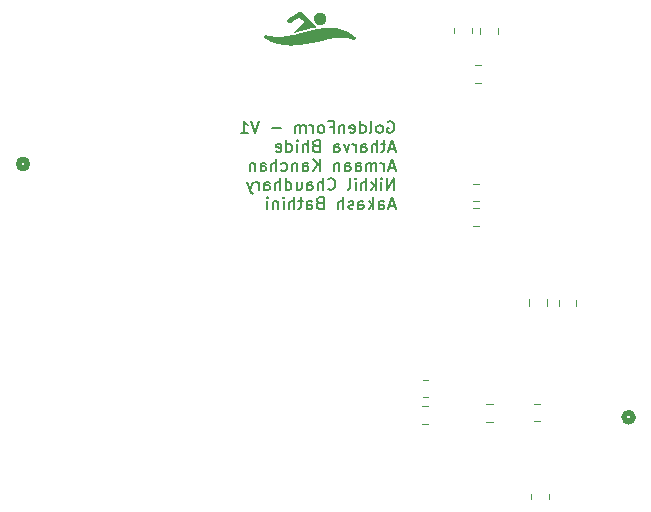
<source format=gbo>
G04 #@! TF.GenerationSoftware,KiCad,Pcbnew,9.0.6*
G04 #@! TF.CreationDate,2026-02-28T15:55:13-05:00*
G04 #@! TF.ProjectId,GoldenForm_1,476f6c64-656e-4466-9f72-6d5f312e6b69,rev?*
G04 #@! TF.SameCoordinates,Original*
G04 #@! TF.FileFunction,Legend,Bot*
G04 #@! TF.FilePolarity,Positive*
%FSLAX46Y46*%
G04 Gerber Fmt 4.6, Leading zero omitted, Abs format (unit mm)*
G04 Created by KiCad (PCBNEW 9.0.6) date 2026-02-28 15:55:13*
%MOMM*%
%LPD*%
G01*
G04 APERTURE LIST*
%ADD10C,0.000000*%
%ADD11C,0.200000*%
%ADD12C,0.508000*%
%ADD13C,0.120000*%
G04 APERTURE END LIST*
D10*
G36*
X98915579Y-52245428D02*
G01*
X98944108Y-52247056D01*
X98972194Y-52250096D01*
X98999799Y-52254519D01*
X99026885Y-52260292D01*
X99053415Y-52267387D01*
X99079352Y-52275771D01*
X99104659Y-52285415D01*
X99129299Y-52296287D01*
X99153235Y-52308357D01*
X99176428Y-52321593D01*
X99198843Y-52335966D01*
X99220441Y-52351445D01*
X99241186Y-52367998D01*
X99261040Y-52385595D01*
X99279967Y-52404205D01*
X99297928Y-52423798D01*
X99314887Y-52444343D01*
X99330806Y-52465809D01*
X99345649Y-52488165D01*
X99359378Y-52511381D01*
X99371955Y-52535425D01*
X99383345Y-52560268D01*
X99393508Y-52585878D01*
X99402409Y-52612225D01*
X99410009Y-52639277D01*
X99416273Y-52667005D01*
X99421162Y-52695377D01*
X99424639Y-52724363D01*
X99426667Y-52753932D01*
X99427165Y-52777715D01*
X99426603Y-52801327D01*
X99424999Y-52824738D01*
X99422367Y-52847922D01*
X99418724Y-52870850D01*
X99414084Y-52893494D01*
X99408465Y-52915827D01*
X99401882Y-52937820D01*
X99394350Y-52959445D01*
X99385885Y-52980675D01*
X99376503Y-53001482D01*
X99366220Y-53021837D01*
X99355052Y-53041713D01*
X99343014Y-53061082D01*
X99330122Y-53079915D01*
X99316393Y-53098185D01*
X99301841Y-53115865D01*
X99286482Y-53132925D01*
X99270333Y-53149338D01*
X99253408Y-53165076D01*
X99235725Y-53180112D01*
X99217298Y-53194416D01*
X99198143Y-53207962D01*
X99178276Y-53220721D01*
X99157714Y-53232665D01*
X99136471Y-53243767D01*
X99114563Y-53253998D01*
X99092007Y-53263331D01*
X99068817Y-53271738D01*
X99045011Y-53279190D01*
X99020603Y-53285659D01*
X98995609Y-53291119D01*
X98973374Y-53295129D01*
X98951071Y-53298360D01*
X98939878Y-53299631D01*
X98928648Y-53300646D01*
X98917375Y-53301383D01*
X98906051Y-53301823D01*
X98894671Y-53301945D01*
X98883228Y-53301727D01*
X98871715Y-53301150D01*
X98860125Y-53300193D01*
X98848452Y-53298836D01*
X98836690Y-53297057D01*
X98824830Y-53294837D01*
X98812868Y-53292154D01*
X98789060Y-53286703D01*
X98765733Y-53280453D01*
X98742904Y-53273419D01*
X98720589Y-53265616D01*
X98698803Y-53257056D01*
X98677563Y-53247755D01*
X98656884Y-53237726D01*
X98636783Y-53226984D01*
X98617276Y-53215542D01*
X98598378Y-53203415D01*
X98580105Y-53190617D01*
X98562473Y-53177161D01*
X98545500Y-53163063D01*
X98529199Y-53148335D01*
X98513588Y-53132993D01*
X98498681Y-53117050D01*
X98484497Y-53100520D01*
X98471049Y-53083417D01*
X98458354Y-53065757D01*
X98446429Y-53047551D01*
X98435289Y-53028816D01*
X98424950Y-53009564D01*
X98415427Y-52989810D01*
X98406738Y-52969569D01*
X98398898Y-52948853D01*
X98391923Y-52927678D01*
X98385828Y-52906057D01*
X98380631Y-52884004D01*
X98376346Y-52861534D01*
X98372990Y-52838660D01*
X98370579Y-52815397D01*
X98369129Y-52791759D01*
X98368720Y-52764923D01*
X98369656Y-52738483D01*
X98371896Y-52712464D01*
X98375403Y-52686889D01*
X98380137Y-52661782D01*
X98386057Y-52637168D01*
X98393126Y-52613071D01*
X98401302Y-52589515D01*
X98410548Y-52566524D01*
X98420824Y-52544123D01*
X98432090Y-52522335D01*
X98444306Y-52501185D01*
X98457435Y-52480697D01*
X98471435Y-52460895D01*
X98486268Y-52441803D01*
X98501895Y-52423446D01*
X98518276Y-52405847D01*
X98535371Y-52389031D01*
X98553142Y-52373022D01*
X98571548Y-52357844D01*
X98590551Y-52343521D01*
X98610112Y-52330078D01*
X98630190Y-52317538D01*
X98650746Y-52305926D01*
X98671742Y-52295266D01*
X98693137Y-52285582D01*
X98714893Y-52276899D01*
X98736970Y-52269240D01*
X98759328Y-52262629D01*
X98781928Y-52257091D01*
X98804731Y-52252650D01*
X98827698Y-52249330D01*
X98857336Y-52246535D01*
X98886642Y-52245244D01*
X98915579Y-52245428D01*
G37*
G36*
X97247254Y-52165088D02*
G01*
X97255294Y-52165748D01*
X97263292Y-52166817D01*
X97271249Y-52168296D01*
X97279166Y-52170186D01*
X97287046Y-52172486D01*
X97294889Y-52175196D01*
X97302697Y-52178318D01*
X97310471Y-52181851D01*
X97318213Y-52185795D01*
X97325924Y-52190150D01*
X97333606Y-52194918D01*
X97348887Y-52205689D01*
X97364068Y-52218110D01*
X97379160Y-52232183D01*
X97572425Y-52424740D01*
X97767203Y-52619764D01*
X98622666Y-53476172D01*
X98372778Y-53527708D01*
X98125275Y-53583604D01*
X97635325Y-53703562D01*
X97148617Y-53826210D01*
X96905167Y-53885469D01*
X96660954Y-53941714D01*
X96660980Y-53938771D01*
X96661120Y-53935959D01*
X96661369Y-53933274D01*
X96661723Y-53930711D01*
X96662175Y-53928265D01*
X96662722Y-53925931D01*
X96663357Y-53923703D01*
X96664076Y-53921577D01*
X96664874Y-53919547D01*
X96665746Y-53917609D01*
X96666687Y-53915758D01*
X96667692Y-53913988D01*
X96668755Y-53912295D01*
X96669872Y-53910673D01*
X96672246Y-53907624D01*
X96674775Y-53904801D01*
X96677418Y-53902164D01*
X96680134Y-53899672D01*
X96682884Y-53897286D01*
X96688321Y-53892669D01*
X96690929Y-53890358D01*
X96693408Y-53887992D01*
X97489769Y-53091071D01*
X97498625Y-53082177D01*
X97506302Y-53074309D01*
X97512802Y-53067324D01*
X97515612Y-53064117D01*
X97518128Y-53061076D01*
X97520352Y-53058184D01*
X97522283Y-53055423D01*
X97523922Y-53052775D01*
X97525269Y-53050222D01*
X97526325Y-53047745D01*
X97527090Y-53045328D01*
X97527564Y-53042951D01*
X97527747Y-53040597D01*
X97527640Y-53038248D01*
X97527243Y-53035887D01*
X97526557Y-53033494D01*
X97525582Y-53031052D01*
X97524318Y-53028544D01*
X97522765Y-53025951D01*
X97520925Y-53023255D01*
X97518796Y-53020439D01*
X97516380Y-53017484D01*
X97513677Y-53014372D01*
X97507411Y-53007607D01*
X97500000Y-53000000D01*
X97491448Y-52991408D01*
X97346999Y-52847851D01*
X97275057Y-52775803D01*
X97203910Y-52702990D01*
X97198770Y-52697900D01*
X97196259Y-52695606D01*
X97193781Y-52693477D01*
X97191334Y-52691511D01*
X97188913Y-52689707D01*
X97186515Y-52688062D01*
X97184136Y-52686575D01*
X97181772Y-52685244D01*
X97179420Y-52684067D01*
X97177075Y-52683042D01*
X97174734Y-52682168D01*
X97172394Y-52681443D01*
X97170050Y-52680864D01*
X97167699Y-52680431D01*
X97165337Y-52680142D01*
X97162960Y-52679994D01*
X97160564Y-52679986D01*
X97158147Y-52680116D01*
X97155703Y-52680382D01*
X97153230Y-52680782D01*
X97150723Y-52681316D01*
X97148179Y-52681980D01*
X97145594Y-52682773D01*
X97142964Y-52683693D01*
X97140286Y-52684739D01*
X97134770Y-52687200D01*
X97129015Y-52690141D01*
X97122991Y-52693549D01*
X96760334Y-52906155D01*
X96396539Y-53116806D01*
X96386836Y-53122131D01*
X96377117Y-53126966D01*
X96367393Y-53131312D01*
X96357674Y-53135173D01*
X96347970Y-53138552D01*
X96338290Y-53141453D01*
X96328647Y-53143879D01*
X96319048Y-53145833D01*
X96309506Y-53147318D01*
X96300029Y-53148338D01*
X96290629Y-53148895D01*
X96281315Y-53148994D01*
X96272097Y-53148637D01*
X96262986Y-53147827D01*
X96253992Y-53146569D01*
X96245125Y-53144864D01*
X96236395Y-53142717D01*
X96227813Y-53140130D01*
X96219388Y-53137107D01*
X96211131Y-53133651D01*
X96203052Y-53129766D01*
X96195161Y-53125454D01*
X96187469Y-53120719D01*
X96179985Y-53115564D01*
X96172720Y-53109992D01*
X96165684Y-53104007D01*
X96158887Y-53097612D01*
X96152340Y-53090810D01*
X96146051Y-53083605D01*
X96140033Y-53075999D01*
X96134295Y-53067996D01*
X96128846Y-53059599D01*
X96123700Y-53050799D01*
X96119060Y-53041918D01*
X96114923Y-53032964D01*
X96111287Y-53023950D01*
X96108149Y-53014886D01*
X96105507Y-53005784D01*
X96103358Y-52996653D01*
X96101701Y-52987505D01*
X96100531Y-52978351D01*
X96099848Y-52969202D01*
X96099649Y-52960068D01*
X96099930Y-52950961D01*
X96100690Y-52941891D01*
X96101927Y-52932870D01*
X96103637Y-52923908D01*
X96105818Y-52915016D01*
X96108469Y-52906204D01*
X96111585Y-52897485D01*
X96115166Y-52888868D01*
X96119208Y-52880365D01*
X96123709Y-52871987D01*
X96128666Y-52863744D01*
X96134077Y-52855648D01*
X96139940Y-52847708D01*
X96146253Y-52839937D01*
X96153012Y-52832345D01*
X96160215Y-52824943D01*
X96167859Y-52817741D01*
X96175944Y-52810752D01*
X96184465Y-52803984D01*
X96193420Y-52797451D01*
X96202807Y-52791162D01*
X97120603Y-52204209D01*
X97138232Y-52193697D01*
X97155612Y-52184811D01*
X97172754Y-52177553D01*
X97181239Y-52174535D01*
X97189669Y-52171925D01*
X97198045Y-52169723D01*
X97206369Y-52167929D01*
X97214642Y-52166543D01*
X97222866Y-52165566D01*
X97231041Y-52164997D01*
X97239170Y-52164838D01*
X97247254Y-52165088D01*
G37*
G36*
X99809942Y-53524553D02*
G01*
X99907505Y-53527473D01*
X100004815Y-53532842D01*
X100101859Y-53540767D01*
X100198622Y-53551357D01*
X100295089Y-53564720D01*
X100391246Y-53580966D01*
X100487078Y-53600203D01*
X100582572Y-53622539D01*
X100677712Y-53648082D01*
X100772484Y-53676943D01*
X100866874Y-53709228D01*
X100934057Y-53734429D01*
X101000348Y-53761146D01*
X101065756Y-53789363D01*
X101130288Y-53819063D01*
X101193955Y-53850231D01*
X101256766Y-53882849D01*
X101318729Y-53916902D01*
X101379854Y-53952373D01*
X101440150Y-53989246D01*
X101499626Y-54027505D01*
X101558290Y-54067132D01*
X101616153Y-54108113D01*
X101673223Y-54150430D01*
X101729509Y-54194067D01*
X101785021Y-54239008D01*
X101839767Y-54285237D01*
X101848334Y-54292888D01*
X101856455Y-54300723D01*
X101864084Y-54308760D01*
X101871173Y-54317011D01*
X101877674Y-54325495D01*
X101883541Y-54334225D01*
X101886222Y-54338687D01*
X101888726Y-54343217D01*
X101891048Y-54347816D01*
X101893182Y-54352487D01*
X101895122Y-54357231D01*
X101896862Y-54362050D01*
X101898396Y-54366946D01*
X101899718Y-54371922D01*
X101900822Y-54376978D01*
X101901703Y-54382118D01*
X101902355Y-54387343D01*
X101902770Y-54392654D01*
X101902945Y-54398054D01*
X101902873Y-54403545D01*
X101902547Y-54409128D01*
X101901962Y-54414807D01*
X101901112Y-54420581D01*
X101899992Y-54426454D01*
X101898594Y-54432428D01*
X101896914Y-54438504D01*
X101893334Y-54449400D01*
X101889244Y-54459736D01*
X101884644Y-54469513D01*
X101879536Y-54478733D01*
X101873920Y-54487397D01*
X101867795Y-54495507D01*
X101861163Y-54503063D01*
X101854025Y-54510068D01*
X101846379Y-54516523D01*
X101838227Y-54522428D01*
X101829570Y-54527787D01*
X101820407Y-54532598D01*
X101810740Y-54536865D01*
X101800568Y-54540589D01*
X101789892Y-54543771D01*
X101778713Y-54546412D01*
X101773265Y-54547391D01*
X101767871Y-54548068D01*
X101762527Y-54548458D01*
X101757230Y-54548576D01*
X101751978Y-54548437D01*
X101746768Y-54548057D01*
X101741596Y-54547451D01*
X101736461Y-54546634D01*
X101731359Y-54545621D01*
X101726288Y-54544427D01*
X101721244Y-54543069D01*
X101716225Y-54541560D01*
X101711228Y-54539916D01*
X101706250Y-54538153D01*
X101696341Y-54534328D01*
X101630048Y-54508774D01*
X101563399Y-54485475D01*
X101496404Y-54464360D01*
X101429072Y-54445361D01*
X101361413Y-54428407D01*
X101293436Y-54413428D01*
X101225150Y-54400357D01*
X101156566Y-54389121D01*
X101087691Y-54379652D01*
X101018536Y-54371881D01*
X100949110Y-54365737D01*
X100879422Y-54361151D01*
X100739299Y-54356373D01*
X100598241Y-54356991D01*
X100443997Y-54363278D01*
X100290516Y-54374911D01*
X100137716Y-54391309D01*
X99985511Y-54411889D01*
X99833818Y-54436072D01*
X99682551Y-54463274D01*
X99531627Y-54492916D01*
X99380962Y-54524416D01*
X99007367Y-54608267D01*
X98634642Y-54695990D01*
X98261602Y-54782324D01*
X98074593Y-54823324D01*
X97887061Y-54862003D01*
X97762610Y-54886054D01*
X97637974Y-54908729D01*
X97513121Y-54929895D01*
X97388022Y-54949421D01*
X97262647Y-54967173D01*
X97136967Y-54983020D01*
X97010950Y-54996829D01*
X96884568Y-55008468D01*
X96673532Y-55021956D01*
X96463343Y-55027034D01*
X96358571Y-55026294D01*
X96254017Y-55023299D01*
X96149683Y-55017999D01*
X96045572Y-55010343D01*
X95941685Y-55000281D01*
X95838024Y-54987761D01*
X95734592Y-54972733D01*
X95631391Y-54955147D01*
X95528422Y-54934952D01*
X95425689Y-54912096D01*
X95323192Y-54886529D01*
X95220935Y-54858201D01*
X95188006Y-54848239D01*
X95154848Y-54837666D01*
X95085995Y-54815435D01*
X94974752Y-54775945D01*
X94865278Y-54733502D01*
X94757528Y-54688099D01*
X94651454Y-54639724D01*
X94547010Y-54588370D01*
X94444149Y-54534027D01*
X94342825Y-54476687D01*
X94242989Y-54416339D01*
X94235716Y-54411638D01*
X94228769Y-54406819D01*
X94222149Y-54401887D01*
X94215856Y-54396843D01*
X94209891Y-54391691D01*
X94204253Y-54386434D01*
X94198945Y-54381076D01*
X94193965Y-54375619D01*
X94189315Y-54370067D01*
X94184995Y-54364424D01*
X94181006Y-54358691D01*
X94177347Y-54352873D01*
X94174019Y-54346972D01*
X94171024Y-54340993D01*
X94168360Y-54334937D01*
X94166029Y-54328808D01*
X94164032Y-54322610D01*
X94162368Y-54316346D01*
X94161038Y-54310018D01*
X94160042Y-54303630D01*
X94159382Y-54297185D01*
X94159057Y-54290687D01*
X94159067Y-54284138D01*
X94159414Y-54277542D01*
X94160098Y-54270902D01*
X94161119Y-54264221D01*
X94162478Y-54257502D01*
X94164175Y-54250749D01*
X94166210Y-54243964D01*
X94168585Y-54237151D01*
X94171299Y-54230314D01*
X94174353Y-54223454D01*
X94177594Y-54216882D01*
X94181018Y-54210583D01*
X94184624Y-54204557D01*
X94188411Y-54198806D01*
X94192377Y-54193331D01*
X94196521Y-54188133D01*
X94200842Y-54183213D01*
X94205337Y-54178571D01*
X94210006Y-54174209D01*
X94214847Y-54170129D01*
X94219859Y-54166330D01*
X94225040Y-54162813D01*
X94230388Y-54159581D01*
X94235903Y-54156634D01*
X94241583Y-54153973D01*
X94247427Y-54151598D01*
X94253433Y-54149511D01*
X94259599Y-54147714D01*
X94265925Y-54146206D01*
X94272409Y-54144989D01*
X94279049Y-54144064D01*
X94285844Y-54143432D01*
X94292793Y-54143095D01*
X94299894Y-54143052D01*
X94307146Y-54143305D01*
X94314547Y-54143855D01*
X94322096Y-54144703D01*
X94329791Y-54145850D01*
X94337632Y-54147297D01*
X94345616Y-54149045D01*
X94353743Y-54151095D01*
X94362010Y-54153448D01*
X94433568Y-54173931D01*
X94505348Y-54192477D01*
X94577339Y-54209139D01*
X94649534Y-54223969D01*
X94721923Y-54237016D01*
X94794496Y-54248334D01*
X94867245Y-54257972D01*
X94940160Y-54265982D01*
X95086450Y-54277325D01*
X95233295Y-54282771D01*
X95380618Y-54282733D01*
X95528348Y-54277620D01*
X95703212Y-54265752D01*
X95877262Y-54248297D01*
X96050559Y-54225768D01*
X96223162Y-54198675D01*
X96395132Y-54167530D01*
X96566529Y-54132843D01*
X96737412Y-54095126D01*
X96907843Y-54054891D01*
X98247224Y-53725539D01*
X98379758Y-53694612D01*
X98512671Y-53665622D01*
X98645975Y-53638757D01*
X98779684Y-53614204D01*
X98913812Y-53592152D01*
X99048374Y-53572787D01*
X99183383Y-53556296D01*
X99318852Y-53542869D01*
X99515886Y-53529393D01*
X99614118Y-53525621D01*
X99712142Y-53523972D01*
X99809942Y-53524553D01*
G37*
D11*
X104606517Y-61475062D02*
X104701755Y-61427443D01*
X104701755Y-61427443D02*
X104844612Y-61427443D01*
X104844612Y-61427443D02*
X104987469Y-61475062D01*
X104987469Y-61475062D02*
X105082707Y-61570300D01*
X105082707Y-61570300D02*
X105130326Y-61665538D01*
X105130326Y-61665538D02*
X105177945Y-61856014D01*
X105177945Y-61856014D02*
X105177945Y-61998871D01*
X105177945Y-61998871D02*
X105130326Y-62189347D01*
X105130326Y-62189347D02*
X105082707Y-62284585D01*
X105082707Y-62284585D02*
X104987469Y-62379824D01*
X104987469Y-62379824D02*
X104844612Y-62427443D01*
X104844612Y-62427443D02*
X104749374Y-62427443D01*
X104749374Y-62427443D02*
X104606517Y-62379824D01*
X104606517Y-62379824D02*
X104558898Y-62332204D01*
X104558898Y-62332204D02*
X104558898Y-61998871D01*
X104558898Y-61998871D02*
X104749374Y-61998871D01*
X103987469Y-62427443D02*
X104082707Y-62379824D01*
X104082707Y-62379824D02*
X104130326Y-62332204D01*
X104130326Y-62332204D02*
X104177945Y-62236966D01*
X104177945Y-62236966D02*
X104177945Y-61951252D01*
X104177945Y-61951252D02*
X104130326Y-61856014D01*
X104130326Y-61856014D02*
X104082707Y-61808395D01*
X104082707Y-61808395D02*
X103987469Y-61760776D01*
X103987469Y-61760776D02*
X103844612Y-61760776D01*
X103844612Y-61760776D02*
X103749374Y-61808395D01*
X103749374Y-61808395D02*
X103701755Y-61856014D01*
X103701755Y-61856014D02*
X103654136Y-61951252D01*
X103654136Y-61951252D02*
X103654136Y-62236966D01*
X103654136Y-62236966D02*
X103701755Y-62332204D01*
X103701755Y-62332204D02*
X103749374Y-62379824D01*
X103749374Y-62379824D02*
X103844612Y-62427443D01*
X103844612Y-62427443D02*
X103987469Y-62427443D01*
X103082707Y-62427443D02*
X103177945Y-62379824D01*
X103177945Y-62379824D02*
X103225564Y-62284585D01*
X103225564Y-62284585D02*
X103225564Y-61427443D01*
X102273183Y-62427443D02*
X102273183Y-61427443D01*
X102273183Y-62379824D02*
X102368421Y-62427443D01*
X102368421Y-62427443D02*
X102558897Y-62427443D01*
X102558897Y-62427443D02*
X102654135Y-62379824D01*
X102654135Y-62379824D02*
X102701754Y-62332204D01*
X102701754Y-62332204D02*
X102749373Y-62236966D01*
X102749373Y-62236966D02*
X102749373Y-61951252D01*
X102749373Y-61951252D02*
X102701754Y-61856014D01*
X102701754Y-61856014D02*
X102654135Y-61808395D01*
X102654135Y-61808395D02*
X102558897Y-61760776D01*
X102558897Y-61760776D02*
X102368421Y-61760776D01*
X102368421Y-61760776D02*
X102273183Y-61808395D01*
X101416040Y-62379824D02*
X101511278Y-62427443D01*
X101511278Y-62427443D02*
X101701754Y-62427443D01*
X101701754Y-62427443D02*
X101796992Y-62379824D01*
X101796992Y-62379824D02*
X101844611Y-62284585D01*
X101844611Y-62284585D02*
X101844611Y-61903633D01*
X101844611Y-61903633D02*
X101796992Y-61808395D01*
X101796992Y-61808395D02*
X101701754Y-61760776D01*
X101701754Y-61760776D02*
X101511278Y-61760776D01*
X101511278Y-61760776D02*
X101416040Y-61808395D01*
X101416040Y-61808395D02*
X101368421Y-61903633D01*
X101368421Y-61903633D02*
X101368421Y-61998871D01*
X101368421Y-61998871D02*
X101844611Y-62094109D01*
X100939849Y-61760776D02*
X100939849Y-62427443D01*
X100939849Y-61856014D02*
X100892230Y-61808395D01*
X100892230Y-61808395D02*
X100796992Y-61760776D01*
X100796992Y-61760776D02*
X100654135Y-61760776D01*
X100654135Y-61760776D02*
X100558897Y-61808395D01*
X100558897Y-61808395D02*
X100511278Y-61903633D01*
X100511278Y-61903633D02*
X100511278Y-62427443D01*
X99701754Y-61903633D02*
X100035087Y-61903633D01*
X100035087Y-62427443D02*
X100035087Y-61427443D01*
X100035087Y-61427443D02*
X99558897Y-61427443D01*
X99035087Y-62427443D02*
X99130325Y-62379824D01*
X99130325Y-62379824D02*
X99177944Y-62332204D01*
X99177944Y-62332204D02*
X99225563Y-62236966D01*
X99225563Y-62236966D02*
X99225563Y-61951252D01*
X99225563Y-61951252D02*
X99177944Y-61856014D01*
X99177944Y-61856014D02*
X99130325Y-61808395D01*
X99130325Y-61808395D02*
X99035087Y-61760776D01*
X99035087Y-61760776D02*
X98892230Y-61760776D01*
X98892230Y-61760776D02*
X98796992Y-61808395D01*
X98796992Y-61808395D02*
X98749373Y-61856014D01*
X98749373Y-61856014D02*
X98701754Y-61951252D01*
X98701754Y-61951252D02*
X98701754Y-62236966D01*
X98701754Y-62236966D02*
X98749373Y-62332204D01*
X98749373Y-62332204D02*
X98796992Y-62379824D01*
X98796992Y-62379824D02*
X98892230Y-62427443D01*
X98892230Y-62427443D02*
X99035087Y-62427443D01*
X98273182Y-62427443D02*
X98273182Y-61760776D01*
X98273182Y-61951252D02*
X98225563Y-61856014D01*
X98225563Y-61856014D02*
X98177944Y-61808395D01*
X98177944Y-61808395D02*
X98082706Y-61760776D01*
X98082706Y-61760776D02*
X97987468Y-61760776D01*
X97654134Y-62427443D02*
X97654134Y-61760776D01*
X97654134Y-61856014D02*
X97606515Y-61808395D01*
X97606515Y-61808395D02*
X97511277Y-61760776D01*
X97511277Y-61760776D02*
X97368420Y-61760776D01*
X97368420Y-61760776D02*
X97273182Y-61808395D01*
X97273182Y-61808395D02*
X97225563Y-61903633D01*
X97225563Y-61903633D02*
X97225563Y-62427443D01*
X97225563Y-61903633D02*
X97177944Y-61808395D01*
X97177944Y-61808395D02*
X97082706Y-61760776D01*
X97082706Y-61760776D02*
X96939849Y-61760776D01*
X96939849Y-61760776D02*
X96844610Y-61808395D01*
X96844610Y-61808395D02*
X96796991Y-61903633D01*
X96796991Y-61903633D02*
X96796991Y-62427443D01*
X95558896Y-62046490D02*
X94796992Y-62046490D01*
X93701753Y-61427443D02*
X93368420Y-62427443D01*
X93368420Y-62427443D02*
X93035087Y-61427443D01*
X92177944Y-62427443D02*
X92749372Y-62427443D01*
X92463658Y-62427443D02*
X92463658Y-61427443D01*
X92463658Y-61427443D02*
X92558896Y-61570300D01*
X92558896Y-61570300D02*
X92654134Y-61665538D01*
X92654134Y-61665538D02*
X92749372Y-61713157D01*
X105177945Y-63751672D02*
X104701755Y-63751672D01*
X105273183Y-64037387D02*
X104939850Y-63037387D01*
X104939850Y-63037387D02*
X104606517Y-64037387D01*
X104416040Y-63370720D02*
X104035088Y-63370720D01*
X104273183Y-63037387D02*
X104273183Y-63894529D01*
X104273183Y-63894529D02*
X104225564Y-63989768D01*
X104225564Y-63989768D02*
X104130326Y-64037387D01*
X104130326Y-64037387D02*
X104035088Y-64037387D01*
X103701754Y-64037387D02*
X103701754Y-63037387D01*
X103273183Y-64037387D02*
X103273183Y-63513577D01*
X103273183Y-63513577D02*
X103320802Y-63418339D01*
X103320802Y-63418339D02*
X103416040Y-63370720D01*
X103416040Y-63370720D02*
X103558897Y-63370720D01*
X103558897Y-63370720D02*
X103654135Y-63418339D01*
X103654135Y-63418339D02*
X103701754Y-63465958D01*
X102368421Y-64037387D02*
X102368421Y-63513577D01*
X102368421Y-63513577D02*
X102416040Y-63418339D01*
X102416040Y-63418339D02*
X102511278Y-63370720D01*
X102511278Y-63370720D02*
X102701754Y-63370720D01*
X102701754Y-63370720D02*
X102796992Y-63418339D01*
X102368421Y-63989768D02*
X102463659Y-64037387D01*
X102463659Y-64037387D02*
X102701754Y-64037387D01*
X102701754Y-64037387D02*
X102796992Y-63989768D01*
X102796992Y-63989768D02*
X102844611Y-63894529D01*
X102844611Y-63894529D02*
X102844611Y-63799291D01*
X102844611Y-63799291D02*
X102796992Y-63704053D01*
X102796992Y-63704053D02*
X102701754Y-63656434D01*
X102701754Y-63656434D02*
X102463659Y-63656434D01*
X102463659Y-63656434D02*
X102368421Y-63608815D01*
X101892230Y-64037387D02*
X101892230Y-63370720D01*
X101892230Y-63561196D02*
X101844611Y-63465958D01*
X101844611Y-63465958D02*
X101796992Y-63418339D01*
X101796992Y-63418339D02*
X101701754Y-63370720D01*
X101701754Y-63370720D02*
X101606516Y-63370720D01*
X101368420Y-63370720D02*
X101130325Y-64037387D01*
X101130325Y-64037387D02*
X100892230Y-63370720D01*
X100082706Y-64037387D02*
X100082706Y-63513577D01*
X100082706Y-63513577D02*
X100130325Y-63418339D01*
X100130325Y-63418339D02*
X100225563Y-63370720D01*
X100225563Y-63370720D02*
X100416039Y-63370720D01*
X100416039Y-63370720D02*
X100511277Y-63418339D01*
X100082706Y-63989768D02*
X100177944Y-64037387D01*
X100177944Y-64037387D02*
X100416039Y-64037387D01*
X100416039Y-64037387D02*
X100511277Y-63989768D01*
X100511277Y-63989768D02*
X100558896Y-63894529D01*
X100558896Y-63894529D02*
X100558896Y-63799291D01*
X100558896Y-63799291D02*
X100511277Y-63704053D01*
X100511277Y-63704053D02*
X100416039Y-63656434D01*
X100416039Y-63656434D02*
X100177944Y-63656434D01*
X100177944Y-63656434D02*
X100082706Y-63608815D01*
X98511277Y-63513577D02*
X98368420Y-63561196D01*
X98368420Y-63561196D02*
X98320801Y-63608815D01*
X98320801Y-63608815D02*
X98273182Y-63704053D01*
X98273182Y-63704053D02*
X98273182Y-63846910D01*
X98273182Y-63846910D02*
X98320801Y-63942148D01*
X98320801Y-63942148D02*
X98368420Y-63989768D01*
X98368420Y-63989768D02*
X98463658Y-64037387D01*
X98463658Y-64037387D02*
X98844610Y-64037387D01*
X98844610Y-64037387D02*
X98844610Y-63037387D01*
X98844610Y-63037387D02*
X98511277Y-63037387D01*
X98511277Y-63037387D02*
X98416039Y-63085006D01*
X98416039Y-63085006D02*
X98368420Y-63132625D01*
X98368420Y-63132625D02*
X98320801Y-63227863D01*
X98320801Y-63227863D02*
X98320801Y-63323101D01*
X98320801Y-63323101D02*
X98368420Y-63418339D01*
X98368420Y-63418339D02*
X98416039Y-63465958D01*
X98416039Y-63465958D02*
X98511277Y-63513577D01*
X98511277Y-63513577D02*
X98844610Y-63513577D01*
X97844610Y-64037387D02*
X97844610Y-63037387D01*
X97416039Y-64037387D02*
X97416039Y-63513577D01*
X97416039Y-63513577D02*
X97463658Y-63418339D01*
X97463658Y-63418339D02*
X97558896Y-63370720D01*
X97558896Y-63370720D02*
X97701753Y-63370720D01*
X97701753Y-63370720D02*
X97796991Y-63418339D01*
X97796991Y-63418339D02*
X97844610Y-63465958D01*
X96939848Y-64037387D02*
X96939848Y-63370720D01*
X96939848Y-63037387D02*
X96987467Y-63085006D01*
X96987467Y-63085006D02*
X96939848Y-63132625D01*
X96939848Y-63132625D02*
X96892229Y-63085006D01*
X96892229Y-63085006D02*
X96939848Y-63037387D01*
X96939848Y-63037387D02*
X96939848Y-63132625D01*
X96035087Y-64037387D02*
X96035087Y-63037387D01*
X96035087Y-63989768D02*
X96130325Y-64037387D01*
X96130325Y-64037387D02*
X96320801Y-64037387D01*
X96320801Y-64037387D02*
X96416039Y-63989768D01*
X96416039Y-63989768D02*
X96463658Y-63942148D01*
X96463658Y-63942148D02*
X96511277Y-63846910D01*
X96511277Y-63846910D02*
X96511277Y-63561196D01*
X96511277Y-63561196D02*
X96463658Y-63465958D01*
X96463658Y-63465958D02*
X96416039Y-63418339D01*
X96416039Y-63418339D02*
X96320801Y-63370720D01*
X96320801Y-63370720D02*
X96130325Y-63370720D01*
X96130325Y-63370720D02*
X96035087Y-63418339D01*
X95177944Y-63989768D02*
X95273182Y-64037387D01*
X95273182Y-64037387D02*
X95463658Y-64037387D01*
X95463658Y-64037387D02*
X95558896Y-63989768D01*
X95558896Y-63989768D02*
X95606515Y-63894529D01*
X95606515Y-63894529D02*
X95606515Y-63513577D01*
X95606515Y-63513577D02*
X95558896Y-63418339D01*
X95558896Y-63418339D02*
X95463658Y-63370720D01*
X95463658Y-63370720D02*
X95273182Y-63370720D01*
X95273182Y-63370720D02*
X95177944Y-63418339D01*
X95177944Y-63418339D02*
X95130325Y-63513577D01*
X95130325Y-63513577D02*
X95130325Y-63608815D01*
X95130325Y-63608815D02*
X95606515Y-63704053D01*
X105177945Y-65361616D02*
X104701755Y-65361616D01*
X105273183Y-65647331D02*
X104939850Y-64647331D01*
X104939850Y-64647331D02*
X104606517Y-65647331D01*
X104273183Y-65647331D02*
X104273183Y-64980664D01*
X104273183Y-65171140D02*
X104225564Y-65075902D01*
X104225564Y-65075902D02*
X104177945Y-65028283D01*
X104177945Y-65028283D02*
X104082707Y-64980664D01*
X104082707Y-64980664D02*
X103987469Y-64980664D01*
X103654135Y-65647331D02*
X103654135Y-64980664D01*
X103654135Y-65075902D02*
X103606516Y-65028283D01*
X103606516Y-65028283D02*
X103511278Y-64980664D01*
X103511278Y-64980664D02*
X103368421Y-64980664D01*
X103368421Y-64980664D02*
X103273183Y-65028283D01*
X103273183Y-65028283D02*
X103225564Y-65123521D01*
X103225564Y-65123521D02*
X103225564Y-65647331D01*
X103225564Y-65123521D02*
X103177945Y-65028283D01*
X103177945Y-65028283D02*
X103082707Y-64980664D01*
X103082707Y-64980664D02*
X102939850Y-64980664D01*
X102939850Y-64980664D02*
X102844611Y-65028283D01*
X102844611Y-65028283D02*
X102796992Y-65123521D01*
X102796992Y-65123521D02*
X102796992Y-65647331D01*
X101892231Y-65647331D02*
X101892231Y-65123521D01*
X101892231Y-65123521D02*
X101939850Y-65028283D01*
X101939850Y-65028283D02*
X102035088Y-64980664D01*
X102035088Y-64980664D02*
X102225564Y-64980664D01*
X102225564Y-64980664D02*
X102320802Y-65028283D01*
X101892231Y-65599712D02*
X101987469Y-65647331D01*
X101987469Y-65647331D02*
X102225564Y-65647331D01*
X102225564Y-65647331D02*
X102320802Y-65599712D01*
X102320802Y-65599712D02*
X102368421Y-65504473D01*
X102368421Y-65504473D02*
X102368421Y-65409235D01*
X102368421Y-65409235D02*
X102320802Y-65313997D01*
X102320802Y-65313997D02*
X102225564Y-65266378D01*
X102225564Y-65266378D02*
X101987469Y-65266378D01*
X101987469Y-65266378D02*
X101892231Y-65218759D01*
X100987469Y-65647331D02*
X100987469Y-65123521D01*
X100987469Y-65123521D02*
X101035088Y-65028283D01*
X101035088Y-65028283D02*
X101130326Y-64980664D01*
X101130326Y-64980664D02*
X101320802Y-64980664D01*
X101320802Y-64980664D02*
X101416040Y-65028283D01*
X100987469Y-65599712D02*
X101082707Y-65647331D01*
X101082707Y-65647331D02*
X101320802Y-65647331D01*
X101320802Y-65647331D02*
X101416040Y-65599712D01*
X101416040Y-65599712D02*
X101463659Y-65504473D01*
X101463659Y-65504473D02*
X101463659Y-65409235D01*
X101463659Y-65409235D02*
X101416040Y-65313997D01*
X101416040Y-65313997D02*
X101320802Y-65266378D01*
X101320802Y-65266378D02*
X101082707Y-65266378D01*
X101082707Y-65266378D02*
X100987469Y-65218759D01*
X100511278Y-64980664D02*
X100511278Y-65647331D01*
X100511278Y-65075902D02*
X100463659Y-65028283D01*
X100463659Y-65028283D02*
X100368421Y-64980664D01*
X100368421Y-64980664D02*
X100225564Y-64980664D01*
X100225564Y-64980664D02*
X100130326Y-65028283D01*
X100130326Y-65028283D02*
X100082707Y-65123521D01*
X100082707Y-65123521D02*
X100082707Y-65647331D01*
X98844611Y-65647331D02*
X98844611Y-64647331D01*
X98273183Y-65647331D02*
X98701754Y-65075902D01*
X98273183Y-64647331D02*
X98844611Y-65218759D01*
X97416040Y-65647331D02*
X97416040Y-65123521D01*
X97416040Y-65123521D02*
X97463659Y-65028283D01*
X97463659Y-65028283D02*
X97558897Y-64980664D01*
X97558897Y-64980664D02*
X97749373Y-64980664D01*
X97749373Y-64980664D02*
X97844611Y-65028283D01*
X97416040Y-65599712D02*
X97511278Y-65647331D01*
X97511278Y-65647331D02*
X97749373Y-65647331D01*
X97749373Y-65647331D02*
X97844611Y-65599712D01*
X97844611Y-65599712D02*
X97892230Y-65504473D01*
X97892230Y-65504473D02*
X97892230Y-65409235D01*
X97892230Y-65409235D02*
X97844611Y-65313997D01*
X97844611Y-65313997D02*
X97749373Y-65266378D01*
X97749373Y-65266378D02*
X97511278Y-65266378D01*
X97511278Y-65266378D02*
X97416040Y-65218759D01*
X96939849Y-64980664D02*
X96939849Y-65647331D01*
X96939849Y-65075902D02*
X96892230Y-65028283D01*
X96892230Y-65028283D02*
X96796992Y-64980664D01*
X96796992Y-64980664D02*
X96654135Y-64980664D01*
X96654135Y-64980664D02*
X96558897Y-65028283D01*
X96558897Y-65028283D02*
X96511278Y-65123521D01*
X96511278Y-65123521D02*
X96511278Y-65647331D01*
X95606516Y-65599712D02*
X95701754Y-65647331D01*
X95701754Y-65647331D02*
X95892230Y-65647331D01*
X95892230Y-65647331D02*
X95987468Y-65599712D01*
X95987468Y-65599712D02*
X96035087Y-65552092D01*
X96035087Y-65552092D02*
X96082706Y-65456854D01*
X96082706Y-65456854D02*
X96082706Y-65171140D01*
X96082706Y-65171140D02*
X96035087Y-65075902D01*
X96035087Y-65075902D02*
X95987468Y-65028283D01*
X95987468Y-65028283D02*
X95892230Y-64980664D01*
X95892230Y-64980664D02*
X95701754Y-64980664D01*
X95701754Y-64980664D02*
X95606516Y-65028283D01*
X95177944Y-65647331D02*
X95177944Y-64647331D01*
X94749373Y-65647331D02*
X94749373Y-65123521D01*
X94749373Y-65123521D02*
X94796992Y-65028283D01*
X94796992Y-65028283D02*
X94892230Y-64980664D01*
X94892230Y-64980664D02*
X95035087Y-64980664D01*
X95035087Y-64980664D02*
X95130325Y-65028283D01*
X95130325Y-65028283D02*
X95177944Y-65075902D01*
X93844611Y-65647331D02*
X93844611Y-65123521D01*
X93844611Y-65123521D02*
X93892230Y-65028283D01*
X93892230Y-65028283D02*
X93987468Y-64980664D01*
X93987468Y-64980664D02*
X94177944Y-64980664D01*
X94177944Y-64980664D02*
X94273182Y-65028283D01*
X93844611Y-65599712D02*
X93939849Y-65647331D01*
X93939849Y-65647331D02*
X94177944Y-65647331D01*
X94177944Y-65647331D02*
X94273182Y-65599712D01*
X94273182Y-65599712D02*
X94320801Y-65504473D01*
X94320801Y-65504473D02*
X94320801Y-65409235D01*
X94320801Y-65409235D02*
X94273182Y-65313997D01*
X94273182Y-65313997D02*
X94177944Y-65266378D01*
X94177944Y-65266378D02*
X93939849Y-65266378D01*
X93939849Y-65266378D02*
X93844611Y-65218759D01*
X93368420Y-64980664D02*
X93368420Y-65647331D01*
X93368420Y-65075902D02*
X93320801Y-65028283D01*
X93320801Y-65028283D02*
X93225563Y-64980664D01*
X93225563Y-64980664D02*
X93082706Y-64980664D01*
X93082706Y-64980664D02*
X92987468Y-65028283D01*
X92987468Y-65028283D02*
X92939849Y-65123521D01*
X92939849Y-65123521D02*
X92939849Y-65647331D01*
X105130326Y-67257275D02*
X105130326Y-66257275D01*
X105130326Y-66257275D02*
X104558898Y-67257275D01*
X104558898Y-67257275D02*
X104558898Y-66257275D01*
X104082707Y-67257275D02*
X104082707Y-66590608D01*
X104082707Y-66257275D02*
X104130326Y-66304894D01*
X104130326Y-66304894D02*
X104082707Y-66352513D01*
X104082707Y-66352513D02*
X104035088Y-66304894D01*
X104035088Y-66304894D02*
X104082707Y-66257275D01*
X104082707Y-66257275D02*
X104082707Y-66352513D01*
X103606517Y-67257275D02*
X103606517Y-66257275D01*
X103511279Y-66876322D02*
X103225565Y-67257275D01*
X103225565Y-66590608D02*
X103606517Y-66971560D01*
X102796993Y-67257275D02*
X102796993Y-66257275D01*
X102368422Y-67257275D02*
X102368422Y-66733465D01*
X102368422Y-66733465D02*
X102416041Y-66638227D01*
X102416041Y-66638227D02*
X102511279Y-66590608D01*
X102511279Y-66590608D02*
X102654136Y-66590608D01*
X102654136Y-66590608D02*
X102749374Y-66638227D01*
X102749374Y-66638227D02*
X102796993Y-66685846D01*
X101892231Y-67257275D02*
X101892231Y-66590608D01*
X101892231Y-66257275D02*
X101939850Y-66304894D01*
X101939850Y-66304894D02*
X101892231Y-66352513D01*
X101892231Y-66352513D02*
X101844612Y-66304894D01*
X101844612Y-66304894D02*
X101892231Y-66257275D01*
X101892231Y-66257275D02*
X101892231Y-66352513D01*
X101273184Y-67257275D02*
X101368422Y-67209656D01*
X101368422Y-67209656D02*
X101416041Y-67114417D01*
X101416041Y-67114417D02*
X101416041Y-66257275D01*
X99558898Y-67162036D02*
X99606517Y-67209656D01*
X99606517Y-67209656D02*
X99749374Y-67257275D01*
X99749374Y-67257275D02*
X99844612Y-67257275D01*
X99844612Y-67257275D02*
X99987469Y-67209656D01*
X99987469Y-67209656D02*
X100082707Y-67114417D01*
X100082707Y-67114417D02*
X100130326Y-67019179D01*
X100130326Y-67019179D02*
X100177945Y-66828703D01*
X100177945Y-66828703D02*
X100177945Y-66685846D01*
X100177945Y-66685846D02*
X100130326Y-66495370D01*
X100130326Y-66495370D02*
X100082707Y-66400132D01*
X100082707Y-66400132D02*
X99987469Y-66304894D01*
X99987469Y-66304894D02*
X99844612Y-66257275D01*
X99844612Y-66257275D02*
X99749374Y-66257275D01*
X99749374Y-66257275D02*
X99606517Y-66304894D01*
X99606517Y-66304894D02*
X99558898Y-66352513D01*
X99130326Y-67257275D02*
X99130326Y-66257275D01*
X98701755Y-67257275D02*
X98701755Y-66733465D01*
X98701755Y-66733465D02*
X98749374Y-66638227D01*
X98749374Y-66638227D02*
X98844612Y-66590608D01*
X98844612Y-66590608D02*
X98987469Y-66590608D01*
X98987469Y-66590608D02*
X99082707Y-66638227D01*
X99082707Y-66638227D02*
X99130326Y-66685846D01*
X97796993Y-67257275D02*
X97796993Y-66733465D01*
X97796993Y-66733465D02*
X97844612Y-66638227D01*
X97844612Y-66638227D02*
X97939850Y-66590608D01*
X97939850Y-66590608D02*
X98130326Y-66590608D01*
X98130326Y-66590608D02*
X98225564Y-66638227D01*
X97796993Y-67209656D02*
X97892231Y-67257275D01*
X97892231Y-67257275D02*
X98130326Y-67257275D01*
X98130326Y-67257275D02*
X98225564Y-67209656D01*
X98225564Y-67209656D02*
X98273183Y-67114417D01*
X98273183Y-67114417D02*
X98273183Y-67019179D01*
X98273183Y-67019179D02*
X98225564Y-66923941D01*
X98225564Y-66923941D02*
X98130326Y-66876322D01*
X98130326Y-66876322D02*
X97892231Y-66876322D01*
X97892231Y-66876322D02*
X97796993Y-66828703D01*
X96892231Y-66590608D02*
X96892231Y-67257275D01*
X97320802Y-66590608D02*
X97320802Y-67114417D01*
X97320802Y-67114417D02*
X97273183Y-67209656D01*
X97273183Y-67209656D02*
X97177945Y-67257275D01*
X97177945Y-67257275D02*
X97035088Y-67257275D01*
X97035088Y-67257275D02*
X96939850Y-67209656D01*
X96939850Y-67209656D02*
X96892231Y-67162036D01*
X95987469Y-67257275D02*
X95987469Y-66257275D01*
X95987469Y-67209656D02*
X96082707Y-67257275D01*
X96082707Y-67257275D02*
X96273183Y-67257275D01*
X96273183Y-67257275D02*
X96368421Y-67209656D01*
X96368421Y-67209656D02*
X96416040Y-67162036D01*
X96416040Y-67162036D02*
X96463659Y-67066798D01*
X96463659Y-67066798D02*
X96463659Y-66781084D01*
X96463659Y-66781084D02*
X96416040Y-66685846D01*
X96416040Y-66685846D02*
X96368421Y-66638227D01*
X96368421Y-66638227D02*
X96273183Y-66590608D01*
X96273183Y-66590608D02*
X96082707Y-66590608D01*
X96082707Y-66590608D02*
X95987469Y-66638227D01*
X95511278Y-67257275D02*
X95511278Y-66257275D01*
X95082707Y-67257275D02*
X95082707Y-66733465D01*
X95082707Y-66733465D02*
X95130326Y-66638227D01*
X95130326Y-66638227D02*
X95225564Y-66590608D01*
X95225564Y-66590608D02*
X95368421Y-66590608D01*
X95368421Y-66590608D02*
X95463659Y-66638227D01*
X95463659Y-66638227D02*
X95511278Y-66685846D01*
X94177945Y-67257275D02*
X94177945Y-66733465D01*
X94177945Y-66733465D02*
X94225564Y-66638227D01*
X94225564Y-66638227D02*
X94320802Y-66590608D01*
X94320802Y-66590608D02*
X94511278Y-66590608D01*
X94511278Y-66590608D02*
X94606516Y-66638227D01*
X94177945Y-67209656D02*
X94273183Y-67257275D01*
X94273183Y-67257275D02*
X94511278Y-67257275D01*
X94511278Y-67257275D02*
X94606516Y-67209656D01*
X94606516Y-67209656D02*
X94654135Y-67114417D01*
X94654135Y-67114417D02*
X94654135Y-67019179D01*
X94654135Y-67019179D02*
X94606516Y-66923941D01*
X94606516Y-66923941D02*
X94511278Y-66876322D01*
X94511278Y-66876322D02*
X94273183Y-66876322D01*
X94273183Y-66876322D02*
X94177945Y-66828703D01*
X93701754Y-67257275D02*
X93701754Y-66590608D01*
X93701754Y-66781084D02*
X93654135Y-66685846D01*
X93654135Y-66685846D02*
X93606516Y-66638227D01*
X93606516Y-66638227D02*
X93511278Y-66590608D01*
X93511278Y-66590608D02*
X93416040Y-66590608D01*
X93177944Y-66590608D02*
X92939849Y-67257275D01*
X92701754Y-66590608D02*
X92939849Y-67257275D01*
X92939849Y-67257275D02*
X93035087Y-67495370D01*
X93035087Y-67495370D02*
X93082706Y-67542989D01*
X93082706Y-67542989D02*
X93177944Y-67590608D01*
X105177945Y-68581504D02*
X104701755Y-68581504D01*
X105273183Y-68867219D02*
X104939850Y-67867219D01*
X104939850Y-67867219D02*
X104606517Y-68867219D01*
X103844612Y-68867219D02*
X103844612Y-68343409D01*
X103844612Y-68343409D02*
X103892231Y-68248171D01*
X103892231Y-68248171D02*
X103987469Y-68200552D01*
X103987469Y-68200552D02*
X104177945Y-68200552D01*
X104177945Y-68200552D02*
X104273183Y-68248171D01*
X103844612Y-68819600D02*
X103939850Y-68867219D01*
X103939850Y-68867219D02*
X104177945Y-68867219D01*
X104177945Y-68867219D02*
X104273183Y-68819600D01*
X104273183Y-68819600D02*
X104320802Y-68724361D01*
X104320802Y-68724361D02*
X104320802Y-68629123D01*
X104320802Y-68629123D02*
X104273183Y-68533885D01*
X104273183Y-68533885D02*
X104177945Y-68486266D01*
X104177945Y-68486266D02*
X103939850Y-68486266D01*
X103939850Y-68486266D02*
X103844612Y-68438647D01*
X103368421Y-68867219D02*
X103368421Y-67867219D01*
X103273183Y-68486266D02*
X102987469Y-68867219D01*
X102987469Y-68200552D02*
X103368421Y-68581504D01*
X102130326Y-68867219D02*
X102130326Y-68343409D01*
X102130326Y-68343409D02*
X102177945Y-68248171D01*
X102177945Y-68248171D02*
X102273183Y-68200552D01*
X102273183Y-68200552D02*
X102463659Y-68200552D01*
X102463659Y-68200552D02*
X102558897Y-68248171D01*
X102130326Y-68819600D02*
X102225564Y-68867219D01*
X102225564Y-68867219D02*
X102463659Y-68867219D01*
X102463659Y-68867219D02*
X102558897Y-68819600D01*
X102558897Y-68819600D02*
X102606516Y-68724361D01*
X102606516Y-68724361D02*
X102606516Y-68629123D01*
X102606516Y-68629123D02*
X102558897Y-68533885D01*
X102558897Y-68533885D02*
X102463659Y-68486266D01*
X102463659Y-68486266D02*
X102225564Y-68486266D01*
X102225564Y-68486266D02*
X102130326Y-68438647D01*
X101701754Y-68819600D02*
X101606516Y-68867219D01*
X101606516Y-68867219D02*
X101416040Y-68867219D01*
X101416040Y-68867219D02*
X101320802Y-68819600D01*
X101320802Y-68819600D02*
X101273183Y-68724361D01*
X101273183Y-68724361D02*
X101273183Y-68676742D01*
X101273183Y-68676742D02*
X101320802Y-68581504D01*
X101320802Y-68581504D02*
X101416040Y-68533885D01*
X101416040Y-68533885D02*
X101558897Y-68533885D01*
X101558897Y-68533885D02*
X101654135Y-68486266D01*
X101654135Y-68486266D02*
X101701754Y-68391028D01*
X101701754Y-68391028D02*
X101701754Y-68343409D01*
X101701754Y-68343409D02*
X101654135Y-68248171D01*
X101654135Y-68248171D02*
X101558897Y-68200552D01*
X101558897Y-68200552D02*
X101416040Y-68200552D01*
X101416040Y-68200552D02*
X101320802Y-68248171D01*
X100844611Y-68867219D02*
X100844611Y-67867219D01*
X100416040Y-68867219D02*
X100416040Y-68343409D01*
X100416040Y-68343409D02*
X100463659Y-68248171D01*
X100463659Y-68248171D02*
X100558897Y-68200552D01*
X100558897Y-68200552D02*
X100701754Y-68200552D01*
X100701754Y-68200552D02*
X100796992Y-68248171D01*
X100796992Y-68248171D02*
X100844611Y-68295790D01*
X98844611Y-68343409D02*
X98701754Y-68391028D01*
X98701754Y-68391028D02*
X98654135Y-68438647D01*
X98654135Y-68438647D02*
X98606516Y-68533885D01*
X98606516Y-68533885D02*
X98606516Y-68676742D01*
X98606516Y-68676742D02*
X98654135Y-68771980D01*
X98654135Y-68771980D02*
X98701754Y-68819600D01*
X98701754Y-68819600D02*
X98796992Y-68867219D01*
X98796992Y-68867219D02*
X99177944Y-68867219D01*
X99177944Y-68867219D02*
X99177944Y-67867219D01*
X99177944Y-67867219D02*
X98844611Y-67867219D01*
X98844611Y-67867219D02*
X98749373Y-67914838D01*
X98749373Y-67914838D02*
X98701754Y-67962457D01*
X98701754Y-67962457D02*
X98654135Y-68057695D01*
X98654135Y-68057695D02*
X98654135Y-68152933D01*
X98654135Y-68152933D02*
X98701754Y-68248171D01*
X98701754Y-68248171D02*
X98749373Y-68295790D01*
X98749373Y-68295790D02*
X98844611Y-68343409D01*
X98844611Y-68343409D02*
X99177944Y-68343409D01*
X97749373Y-68867219D02*
X97749373Y-68343409D01*
X97749373Y-68343409D02*
X97796992Y-68248171D01*
X97796992Y-68248171D02*
X97892230Y-68200552D01*
X97892230Y-68200552D02*
X98082706Y-68200552D01*
X98082706Y-68200552D02*
X98177944Y-68248171D01*
X97749373Y-68819600D02*
X97844611Y-68867219D01*
X97844611Y-68867219D02*
X98082706Y-68867219D01*
X98082706Y-68867219D02*
X98177944Y-68819600D01*
X98177944Y-68819600D02*
X98225563Y-68724361D01*
X98225563Y-68724361D02*
X98225563Y-68629123D01*
X98225563Y-68629123D02*
X98177944Y-68533885D01*
X98177944Y-68533885D02*
X98082706Y-68486266D01*
X98082706Y-68486266D02*
X97844611Y-68486266D01*
X97844611Y-68486266D02*
X97749373Y-68438647D01*
X97416039Y-68200552D02*
X97035087Y-68200552D01*
X97273182Y-67867219D02*
X97273182Y-68724361D01*
X97273182Y-68724361D02*
X97225563Y-68819600D01*
X97225563Y-68819600D02*
X97130325Y-68867219D01*
X97130325Y-68867219D02*
X97035087Y-68867219D01*
X96701753Y-68867219D02*
X96701753Y-67867219D01*
X96273182Y-68867219D02*
X96273182Y-68343409D01*
X96273182Y-68343409D02*
X96320801Y-68248171D01*
X96320801Y-68248171D02*
X96416039Y-68200552D01*
X96416039Y-68200552D02*
X96558896Y-68200552D01*
X96558896Y-68200552D02*
X96654134Y-68248171D01*
X96654134Y-68248171D02*
X96701753Y-68295790D01*
X95796991Y-68867219D02*
X95796991Y-68200552D01*
X95796991Y-67867219D02*
X95844610Y-67914838D01*
X95844610Y-67914838D02*
X95796991Y-67962457D01*
X95796991Y-67962457D02*
X95749372Y-67914838D01*
X95749372Y-67914838D02*
X95796991Y-67867219D01*
X95796991Y-67867219D02*
X95796991Y-67962457D01*
X95320801Y-68200552D02*
X95320801Y-68867219D01*
X95320801Y-68295790D02*
X95273182Y-68248171D01*
X95273182Y-68248171D02*
X95177944Y-68200552D01*
X95177944Y-68200552D02*
X95035087Y-68200552D01*
X95035087Y-68200552D02*
X94939849Y-68248171D01*
X94939849Y-68248171D02*
X94892230Y-68343409D01*
X94892230Y-68343409D02*
X94892230Y-68867219D01*
X94416039Y-68867219D02*
X94416039Y-68200552D01*
X94416039Y-67867219D02*
X94463658Y-67914838D01*
X94463658Y-67914838D02*
X94416039Y-67962457D01*
X94416039Y-67962457D02*
X94368420Y-67914838D01*
X94368420Y-67914838D02*
X94416039Y-67867219D01*
X94416039Y-67867219D02*
X94416039Y-67962457D01*
D12*
X125392900Y-86500000D02*
G75*
G02*
X124630900Y-86500000I-381000J0D01*
G01*
X124630900Y-86500000D02*
G75*
G02*
X125392900Y-86500000I381000J0D01*
G01*
X74116800Y-65057100D02*
G75*
G02*
X73354800Y-65057100I-381000J0D01*
G01*
X73354800Y-65057100D02*
G75*
G02*
X74116800Y-65057100I381000J0D01*
G01*
D13*
X112022936Y-56715000D02*
X112477064Y-56715000D01*
X112022936Y-58185000D02*
X112477064Y-58185000D01*
X117477064Y-85365000D02*
X117022936Y-85365000D01*
X117477064Y-86835000D02*
X117022936Y-86835000D01*
X107538748Y-85565000D02*
X108061252Y-85565000D01*
X107538748Y-87035000D02*
X108061252Y-87035000D01*
X116765000Y-92972936D02*
X116765000Y-93427064D01*
X118235000Y-92972936D02*
X118235000Y-93427064D01*
X112373752Y-68815000D02*
X111851248Y-68815000D01*
X112373752Y-70285000D02*
X111851248Y-70285000D01*
X112465000Y-53538748D02*
X112465000Y-54061252D01*
X113935000Y-53538748D02*
X113935000Y-54061252D01*
X111872936Y-66715000D02*
X112327064Y-66715000D01*
X111872936Y-68185000D02*
X112327064Y-68185000D01*
X119125000Y-77121252D02*
X119125000Y-76598748D01*
X120595000Y-77121252D02*
X120595000Y-76598748D01*
X110265000Y-53977064D02*
X110265000Y-53522936D01*
X111735000Y-53977064D02*
X111735000Y-53522936D01*
X108027064Y-83315000D02*
X107572936Y-83315000D01*
X108027064Y-84785000D02*
X107572936Y-84785000D01*
X112963748Y-85415000D02*
X113486252Y-85415000D01*
X112963748Y-86885000D02*
X113486252Y-86885000D01*
X116615000Y-77051252D02*
X116615000Y-76528748D01*
X118085000Y-77051252D02*
X118085000Y-76528748D01*
M02*

</source>
